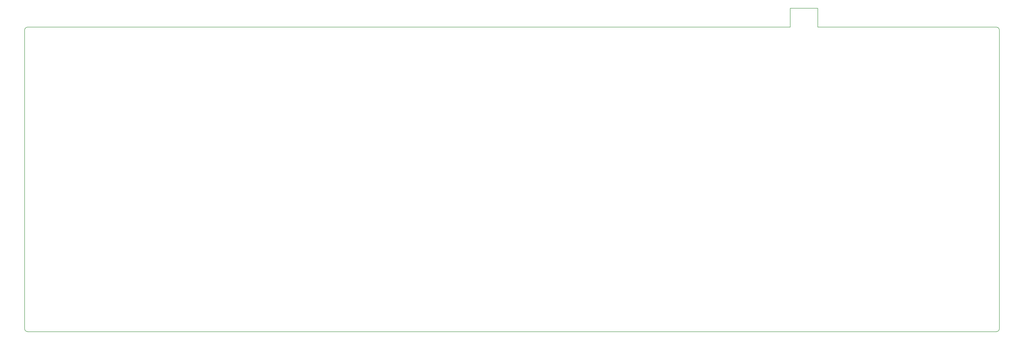
<source format=gbr>
%TF.GenerationSoftware,KiCad,Pcbnew,(5.1.6)-1*%
%TF.CreationDate,2020-07-26T12:10:16+02:00*%
%TF.ProjectId,Proyecto CFS,50726f79-6563-4746-9f20-4346532e6b69,rev?*%
%TF.SameCoordinates,Original*%
%TF.FileFunction,Profile,NP*%
%FSLAX46Y46*%
G04 Gerber Fmt 4.6, Leading zero omitted, Abs format (unit mm)*
G04 Created by KiCad (PCBNEW (5.1.6)-1) date 2020-07-26 12:10:16*
%MOMM*%
%LPD*%
G01*
G04 APERTURE LIST*
%TA.AperFunction,Profile*%
%ADD10C,0.200000*%
%TD*%
G04 APERTURE END LIST*
D10*
X360220000Y-74800000D02*
G75*
G02*
X361420000Y-76000000I0J-1200000D01*
G01*
X-27600000Y-76000000D02*
G75*
G02*
X-26400000Y-74800000I1200000J0D01*
G01*
X-26400000Y-196600000D02*
G75*
G02*
X-27600000Y-195400000I0J1200000D01*
G01*
X361420000Y-195400000D02*
G75*
G02*
X360220000Y-196600000I-1200000J0D01*
G01*
X-27600000Y-76000000D02*
X-27600000Y-195400000D01*
X-26400000Y-196600000D02*
X360220000Y-196600000D01*
X-26400000Y-74800000D02*
X277916595Y-74797914D01*
X277916595Y-67297142D02*
X288916595Y-67297142D01*
X288916595Y-73797914D02*
X288916595Y-73797914D01*
X277916595Y-74797914D02*
X277916595Y-67297142D01*
X288916595Y-67297142D02*
X288916595Y-74797914D01*
X361420000Y-195400000D02*
X361420000Y-76000000D01*
X288916595Y-74797914D02*
X360220000Y-74800000D01*
X288916595Y-73797914D02*
X288916595Y-73797914D01*
M02*

</source>
